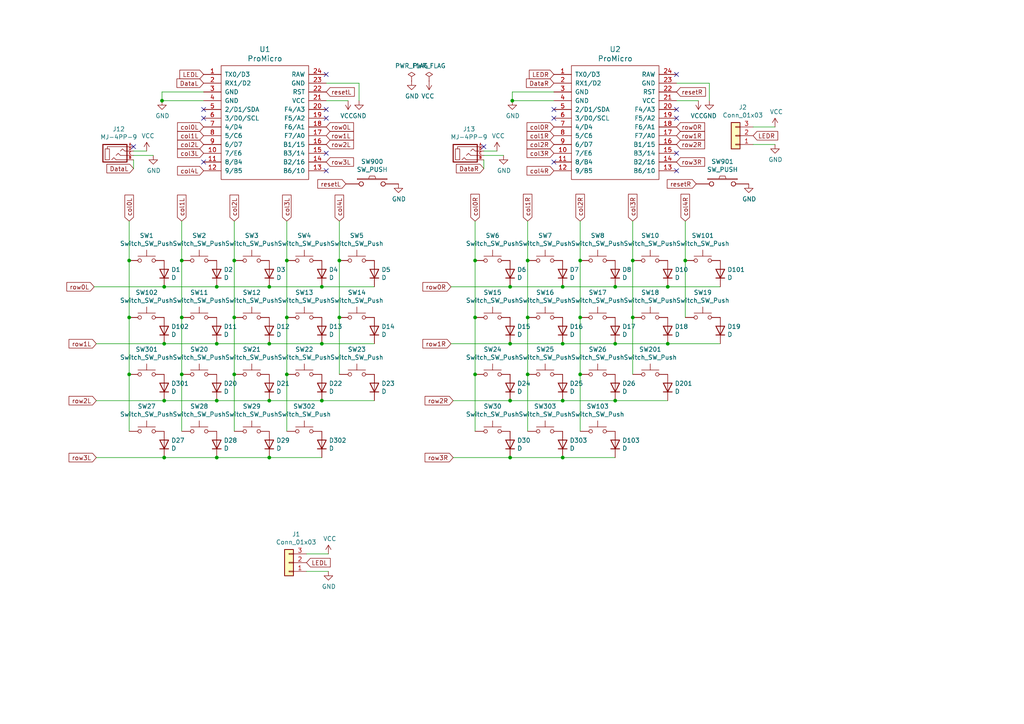
<source format=kicad_sch>
(kicad_sch (version 20230121) (generator eeschema)
  (paper "A4")
  (lib_symbols
    (symbol "Connector_Generic:Conn_01x03" (pin_names (offset 1.016) hide)
      (property "Reference" "J" (at 0 5.08 0))
      (property "Value" "Conn_01x03" (at 0 -5.08 0))
      (symbol "Conn_01x03_1_1"
        (rectangle (start -1.27 -2.413) (end 0 -2.667) (stroke (width 0.1524)))
        (rectangle (start -1.27 0.127) (end 0 -0.127) (stroke (width 0.1524)))
        (rectangle (start -1.27 2.667) (end 0 2.413) (stroke (width 0.1524)))
        (rectangle (start -1.27 3.81) (end 1.27 -3.81) (stroke (width 0.254)) (fill (type background)))
        (pin passive line (at -5.08 2.54 0) (length 3.81) (name "Pin_1") (number "1"))
        (pin passive line (at -5.08 0 0) (length 3.81) (name "Pin_2") (number "2"))
        (pin passive line (at -5.08 -2.54 0) (length 3.81) (name "Pin_3") (number "3"))
      )
    )
    (symbol "Device:D" (pin_numbers hide) (pin_names (offset 1.016) hide)
      (property "Reference" "D" (at 0 2.54 0))
      (property "Value" "D" (at 0 -2.54 0))
      (symbol "D_0_1"
        (polyline (pts (xy -1.27 1.27) (xy -1.27 -1.27)) (stroke (width 0.254)))
        (polyline (pts (xy 1.27 0) (xy -1.27 0)))
        (polyline (pts (xy 1.27 1.27) (xy 1.27 -1.27) (xy -1.27 0) (xy 1.27 1.27)) (stroke (width 0.254)))
      )
      (symbol "D_1_1"
        (pin passive line (at -3.81 0 0) (length 2.54) (name "K") (number "1"))
        (pin passive line (at 3.81 0 180) (length 2.54) (name "A") (number "2"))
      )
    )
    (symbol "cool936-rescue:ProMicro-kbd" (pin_names (offset 1.016))
      (property "Reference" "U" (at 0 24.13 0))
      (property "Value" "ProMicro-kbd" (at 0 -13.97 0))
      (symbol "ProMicro-kbd_0_1"
        (rectangle (start -12.7 21.59) (end 12.7 -11.43))
      )
      (symbol "ProMicro-kbd_1_1"
        (pin bidirectional line (at -17.78 19.05 0) (length 5.08) (name "TX0/D3") (number "1"))
        (pin bidirectional line (at -17.78 -3.81 0) (length 5.08) (name "7/E6") (number "10"))
        (pin bidirectional line (at -17.78 -6.35 0) (length 5.08) (name "8/B4") (number "11"))
        (pin bidirectional line (at -17.78 -8.89 0) (length 5.08) (name "9/B5") (number "12"))
        (pin bidirectional line (at 17.78 -8.89 180) (length 5.08) (name "B6/10") (number "13"))
        (pin bidirectional line (at 17.78 -6.35 180) (length 5.08) (name "B2/16") (number "14"))
        (pin bidirectional line (at 17.78 -3.81 180) (length 5.08) (name "B3/14") (number "15"))
        (pin bidirectional line (at 17.78 -1.27 180) (length 5.08) (name "B1/15") (number "16"))
        (pin bidirectional line (at 17.78 1.27 180) (length 5.08) (name "F7/A0") (number "17"))
        (pin bidirectional line (at 17.78 3.81 180) (length 5.08) (name "F6/A1") (number "18"))
        (pin bidirectional line (at 17.78 6.35 180) (length 5.08) (name "F5/A2") (number "19"))
        (pin bidirectional line (at -17.78 16.51 0) (length 5.08) (name "RX1/D2") (number "2"))
        (pin bidirectional line (at 17.78 8.89 180) (length 5.08) (name "F4/A3") (number "20"))
        (pin power_in line (at 17.78 11.43 180) (length 5.08) (name "VCC") (number "21"))
        (pin input line (at 17.78 13.97 180) (length 5.08) (name "RST") (number "22"))
        (pin power_in line (at 17.78 16.51 180) (length 5.08) (name "GND") (number "23"))
        (pin power_out line (at 17.78 19.05 180) (length 5.08) (name "RAW") (number "24"))
        (pin power_in line (at -17.78 13.97 0) (length 5.08) (name "GND") (number "3"))
        (pin power_in line (at -17.78 11.43 0) (length 5.08) (name "GND") (number "4"))
        (pin bidirectional line (at -17.78 8.89 0) (length 5.08) (name "2/D1/SDA") (number "5"))
        (pin bidirectional line (at -17.78 6.35 0) (length 5.08) (name "3/D0/SCL") (number "6"))
        (pin bidirectional line (at -17.78 3.81 0) (length 5.08) (name "4/D4") (number "7"))
        (pin bidirectional line (at -17.78 1.27 0) (length 5.08) (name "5/C6") (number "8"))
        (pin bidirectional line (at -17.78 -1.27 0) (length 5.08) (name "6/D7") (number "9"))
      )
    )
    (symbol "cool936-rescue:Switch_SW_Push-keyboard-layouter-playground-cache" (pin_numbers hide) (pin_names (offset 1.016) hide)
      (property "Reference" "SW" (at 1.27 2.54 0))
      (property "Value" "keyboard-layouter-playground-cache_Switch_SW_Push" (at 0 -1.524 0))
      (symbol "Switch_SW_Push-keyboard-layouter-playground-cache_0_1"
        (circle (center -2.032 0) (radius 0.508))
        (polyline (pts (xy 0 1.27) (xy 0 3.048)))
        (polyline (pts (xy 2.54 1.27) (xy -2.54 1.27)))
        (circle (center 2.032 0) (radius 0.508))
        (pin passive line (at -5.08 0 0) (length 2.54) (name "1") (number "1"))
        (pin passive line (at 5.08 0 180) (length 2.54) (name "2") (number "2"))
      )
    )
    (symbol "kbd:MJ-4PP-9" (pin_names (offset 1.016))
      (property "Reference" "J" (at 0 3.81 0))
      (property "Value" "MJ-4PP-9" (at 0 -3.81 0))
      (symbol "MJ-4PP-9_0_1"
        (rectangle (start -1.905 -1.905) (end -3.175 1.27))
        (polyline (pts (xy -2.54 1.27) (xy -2.54 1.905) (xy 3.175 1.905)))
        (polyline (pts (xy -1.27 -1.905) (xy -0.635 -1.27) (xy 0 -1.905) (xy 3.175 -1.905)))
        (polyline (pts (xy 0 -0.635) (xy 0.635 0) (xy 1.27 -0.635) (xy 3.175 -0.635)))
        (polyline (pts (xy 1.27 0.635) (xy 1.905 1.27) (xy 2.54 0.635) (xy 3.175 0.635)))
        (rectangle (start 3.175 2.54) (end -3.81 -2.54) (stroke (width 0.3048)))
      )
      (symbol "MJ-4PP-9_1_1"
        (pin input line (at 5.08 1.905 180) (length 2.0066) (name "~") (number "A"))
        (pin input line (at 5.08 -1.905 180) (length 2.0066) (name "~") (number "B"))
        (pin input line (at 5.08 -0.635 180) (length 2.0066) (name "~") (number "C"))
        (pin input line (at 5.08 0.635 180) (length 2.0066) (name "~") (number "D"))
      )
    )
    (symbol "kbd:SW_PUSH" (pin_numbers hide) (pin_names (offset 1.016) hide)
      (property "Reference" "SW" (at 3.81 2.794 0))
      (property "Value" "SW_PUSH" (at 0 -2.032 0))
      (symbol "SW_PUSH_0_1"
        (rectangle (start -4.318 1.27) (end 4.318 1.524))
        (polyline (pts (xy -1.016 1.524) (xy -0.762 2.286) (xy 0.762 2.286) (xy 1.016 1.524)))
        (pin passive inverted (at -7.62 0 0) (length 5.08) (name "1") (number "1"))
        (pin passive inverted (at 7.62 0 180) (length 5.08) (name "2") (number "2"))
      )
    )
    (symbol "power:GND" (power) (pin_names (offset 0))
      (property "Value" "GND" (at 0 -3.81 0))
      (symbol "GND_0_1"
        (polyline (pts (xy 0 0) (xy 0 -1.27) (xy 1.27 -1.27) (xy 0 -2.54) (xy -1.27 -1.27) (xy 0 -1.27)))
      )
      (symbol "GND_1_1"
        (pin power_in line (at 0 0 270) (length 0) hide (name "GND") (number "1"))
      )
    )
    (symbol "power:PWR_FLAG" (power) (pin_numbers hide) (pin_names (offset 0) hide)
      (property "Value" "PWR_FLAG" (at 0 3.81 0))
      (symbol "PWR_FLAG_0_0"
        (pin power_out line (at 0 0 90) (length 0) (name "pwr") (number "1"))
      )
      (symbol "PWR_FLAG_0_1"
        (polyline (pts (xy 0 0) (xy 0 1.27) (xy -1.016 1.905) (xy 0 2.54) (xy 1.016 1.905) (xy 0 1.27)))
      )
    )
    (symbol "power:VCC" (power) (pin_names (offset 0))
      (property "Value" "VCC" (at 0 3.81 0))
      (symbol "VCC_0_1"
        (polyline (pts (xy -0.762 1.27) (xy 0 2.54)))
        (polyline (pts (xy 0 0) (xy 0 2.54)))
        (polyline (pts (xy 0 2.54) (xy 0.762 1.27)))
      )
      (symbol "VCC_1_1"
        (pin power_in line (at 0 0 90) (length 0) hide (name "VCC") (number "1"))
      )
    )
  )
  (junction (at 37.465 75.565))
  (junction (at 163.195 83.185))
  (junction (at 137.795 75.565))
  (junction (at 47.625 83.185))
  (junction (at 62.865 99.695))
  (junction (at 148.59 29.21))
  (junction (at 178.435 116.205))
  (junction (at 52.705 92.075))
  (junction (at 37.465 92.075))
  (junction (at 83.185 92.075))
  (junction (at 47.625 116.205))
  (junction (at 78.105 83.185))
  (junction (at 153.035 108.585))
  (junction (at 52.705 108.585))
  (junction (at 93.345 99.695))
  (junction (at 153.035 92.075))
  (junction (at 47.625 99.695))
  (junction (at 83.185 108.585))
  (junction (at 52.705 75.565))
  (junction (at 62.865 132.715))
  (junction (at 163.195 99.695))
  (junction (at 198.755 75.565))
  (junction (at 93.345 83.185))
  (junction (at 183.515 75.565))
  (junction (at 62.865 116.205))
  (junction (at 62.865 83.185))
  (junction (at 47.625 132.715))
  (junction (at 78.105 132.715))
  (junction (at 98.425 75.565))
  (junction (at 178.435 83.185))
  (junction (at 147.955 83.185))
  (junction (at 153.035 75.565))
  (junction (at 37.465 108.585))
  (junction (at 137.795 108.585))
  (junction (at 147.955 132.715))
  (junction (at 178.435 99.695))
  (junction (at 137.795 92.075))
  (junction (at 168.275 108.585))
  (junction (at 98.425 92.075))
  (junction (at 67.945 92.075))
  (junction (at 147.955 99.695))
  (junction (at 93.345 116.205))
  (junction (at 147.955 116.205))
  (junction (at 78.105 116.205))
  (junction (at 183.515 92.075))
  (junction (at 193.675 99.695))
  (junction (at 168.275 75.565))
  (junction (at 163.195 116.205))
  (junction (at 46.99 29.21))
  (junction (at 193.675 83.185))
  (junction (at 83.185 75.565))
  (junction (at 67.945 108.585))
  (junction (at 67.945 75.565))
  (junction (at 78.105 99.695))
  (junction (at 168.275 92.075))
  (junction (at 163.195 132.715))
  (no_connect (at 160.655 46.99))
  (no_connect (at 94.615 49.53))
  (no_connect (at 160.655 31.75))
  (no_connect (at 140.335 42.545))
  (no_connect (at 94.615 34.29))
  (no_connect (at 94.615 44.45))
  (no_connect (at 59.055 46.99))
  (no_connect (at 196.215 34.29))
  (no_connect (at 38.735 42.545))
  (no_connect (at 196.215 44.45))
  (no_connect (at 59.055 31.75))
  (no_connect (at 196.215 31.75))
  (no_connect (at 196.215 21.59))
  (no_connect (at 94.615 21.59))
  (no_connect (at 59.055 34.29))
  (no_connect (at 196.215 49.53))
  (no_connect (at 94.615 31.75))
  (no_connect (at 160.655 34.29))
  (wire (pts (xy 100.965 29.21) (xy 94.615 29.21)))
  (wire (pts (xy 47.625 99.695) (xy 62.865 99.695)))
  (wire (pts (xy 83.185 64.135) (xy 83.185 75.565)))
  (wire (pts (xy 78.105 99.695) (xy 93.345 99.695)))
  (wire (pts (xy 52.705 64.135) (xy 52.705 75.565)))
  (wire (pts (xy 47.625 132.715) (xy 62.865 132.715)))
  (wire (pts (xy 224.79 36.83) (xy 218.44 36.83)))
  (wire (pts (xy 52.705 92.075) (xy 52.705 108.585)))
  (wire (pts (xy 52.705 108.585) (xy 52.705 125.095)))
  (wire (pts (xy 42.545 43.815) (xy 38.735 43.815)))
  (wire (pts (xy 196.215 24.13) (xy 205.74 24.13)))
  (wire (pts (xy 140.335 48.895) (xy 140.335 46.355)))
  (wire (pts (xy 163.195 83.185) (xy 178.435 83.185)))
  (wire (pts (xy 147.955 99.695) (xy 130.81 99.695)))
  (wire (pts (xy 160.655 29.21) (xy 148.59 29.21)))
  (wire (pts (xy 178.435 132.715) (xy 163.195 132.715)))
  (wire (pts (xy 137.795 108.585) (xy 137.795 125.095)))
  (wire (pts (xy 93.345 83.185) (xy 78.105 83.185)))
  (wire (pts (xy 108.585 116.205) (xy 93.345 116.205)))
  (wire (pts (xy 62.865 83.185) (xy 47.625 83.185)))
  (wire (pts (xy 183.515 108.585) (xy 183.515 92.075)))
  (wire (pts (xy 147.955 132.715) (xy 131.445 132.715)))
  (wire (pts (xy 178.435 99.695) (xy 163.195 99.695)))
  (wire (pts (xy 153.035 92.075) (xy 153.035 75.565)))
  (wire (pts (xy 95.25 160.655) (xy 88.9 160.655)))
  (wire (pts (xy 183.515 75.565) (xy 183.515 64.135)))
  (wire (pts (xy 67.945 125.095) (xy 67.945 108.585)))
  (wire (pts (xy 67.945 108.585) (xy 67.945 92.075)))
  (wire (pts (xy 137.795 64.135) (xy 137.795 75.565)))
  (wire (pts (xy 37.465 125.095) (xy 37.465 108.585)))
  (wire (pts (xy 163.195 132.715) (xy 147.955 132.715)))
  (wire (pts (xy 37.465 108.585) (xy 37.465 92.075)))
  (wire (pts (xy 193.675 83.185) (xy 208.915 83.185)))
  (wire (pts (xy 37.465 92.075) (xy 37.465 75.565)))
  (wire (pts (xy 144.145 43.815) (xy 140.335 43.815)))
  (wire (pts (xy 178.435 116.205) (xy 193.675 116.205)))
  (wire (pts (xy 62.865 116.205) (xy 47.625 116.205)))
  (wire (pts (xy 62.865 132.715) (xy 78.105 132.715)))
  (wire (pts (xy 46.99 26.67) (xy 46.99 29.21)))
  (wire (pts (xy 98.425 75.565) (xy 98.425 64.135)))
  (wire (pts (xy 153.035 125.095) (xy 153.035 108.585)))
  (wire (pts (xy 147.955 116.205) (xy 163.195 116.205)))
  (wire (pts (xy 78.105 132.715) (xy 93.345 132.715)))
  (wire (pts (xy 208.915 99.695) (xy 193.675 99.695)))
  (wire (pts (xy 130.81 83.185) (xy 147.955 83.185)))
  (wire (pts (xy 47.625 83.185) (xy 27.305 83.185)))
  (wire (pts (xy 93.345 116.205) (xy 78.105 116.205)))
  (wire (pts (xy 163.195 116.205) (xy 178.435 116.205)))
  (wire (pts (xy 83.185 75.565) (xy 83.185 92.075)))
  (wire (pts (xy 27.94 99.695) (xy 47.625 99.695)))
  (wire (pts (xy 52.705 75.565) (xy 52.705 92.075)))
  (wire (pts (xy 67.945 92.075) (xy 67.945 75.565)))
  (wire (pts (xy 168.275 108.585) (xy 168.275 125.095)))
  (wire (pts (xy 153.035 75.565) (xy 153.035 64.135)))
  (wire (pts (xy 38.735 45.085) (xy 44.45 45.085)))
  (wire (pts (xy 140.335 45.085) (xy 146.05 45.085)))
  (wire (pts (xy 202.565 29.21) (xy 196.215 29.21)))
  (wire (pts (xy 168.275 64.135) (xy 168.275 75.565)))
  (wire (pts (xy 108.585 83.185) (xy 93.345 83.185)))
  (wire (pts (xy 198.755 64.135) (xy 198.755 75.565)))
  (wire (pts (xy 27.94 132.715) (xy 47.625 132.715)))
  (wire (pts (xy 98.425 108.585) (xy 98.425 92.075)))
  (wire (pts (xy 205.74 24.13) (xy 205.74 29.21)))
  (wire (pts (xy 147.955 83.185) (xy 163.195 83.185)))
  (wire (pts (xy 59.055 26.67) (xy 46.99 26.67)))
  (wire (pts (xy 218.44 41.91) (xy 224.79 41.91)))
  (wire (pts (xy 104.14 24.13) (xy 104.14 29.21)))
  (wire (pts (xy 148.59 26.67) (xy 148.59 29.21)))
  (wire (pts (xy 153.035 108.585) (xy 153.035 92.075)))
  (wire (pts (xy 78.105 83.185) (xy 62.865 83.185)))
  (wire (pts (xy 94.615 24.13) (xy 104.14 24.13)))
  (wire (pts (xy 59.055 29.21) (xy 46.99 29.21)))
  (wire (pts (xy 83.185 108.585) (xy 83.185 125.095)))
  (wire (pts (xy 38.735 48.895) (xy 38.735 46.355)))
  (wire (pts (xy 83.185 92.075) (xy 83.185 108.585)))
  (wire (pts (xy 131.445 116.205) (xy 147.955 116.205)))
  (wire (pts (xy 183.515 92.075) (xy 183.515 75.565)))
  (wire (pts (xy 78.105 116.205) (xy 62.865 116.205)))
  (wire (pts (xy 168.275 92.075) (xy 168.275 108.585)))
  (wire (pts (xy 62.865 99.695) (xy 78.105 99.695)))
  (wire (pts (xy 47.625 116.205) (xy 27.94 116.205)))
  (wire (pts (xy 198.755 75.565) (xy 198.755 92.075)))
  (wire (pts (xy 67.945 75.565) (xy 67.945 64.135)))
  (wire (pts (xy 88.9 165.735) (xy 95.25 165.735)))
  (wire (pts (xy 93.345 99.695) (xy 108.585 99.695)))
  (wire (pts (xy 168.275 75.565) (xy 168.275 92.075)))
  (wire (pts (xy 160.655 26.67) (xy 148.59 26.67)))
  (wire (pts (xy 98.425 92.075) (xy 98.425 75.565)))
  (wire (pts (xy 163.195 99.695) (xy 147.955 99.695)))
  (wire (pts (xy 37.465 75.565) (xy 37.465 64.135)))
  (wire (pts (xy 137.795 92.075) (xy 137.795 108.585)))
  (wire (pts (xy 178.435 83.185) (xy 193.675 83.185)))
  (wire (pts (xy 193.675 99.695) (xy 178.435 99.695)))
  (wire (pts (xy 137.795 75.565) (xy 137.795 92.075)))
  (global_label "LEDL" (shape input) (at 59.055 21.59 180) (property "Intersheetrefs" "${INTERSHEET_REFS}" (effects hide)))
  (global_label "row3L" (shape input) (at 27.94 132.715 180) (property "Intersheetrefs" "${INTERSHEET_REFS}" (effects hide)))
  (global_label "row1R" (shape input) (at 196.215 39.37 0) (property "Intersheetrefs" "${INTERSHEET_REFS}" (effects hide)))
  (global_label "col2R" (shape input) (at 168.275 64.135 90) (property "Intersheetrefs" "${INTERSHEET_REFS}" (effects hide)))
  (global_label "row3R" (shape input) (at 131.445 132.715 180) (property "Intersheetrefs" "${INTERSHEET_REFS}" (effects hide)))
  (global_label "resetL" (shape input) (at 100.33 53.34 180) (property "Intersheetrefs" "${INTERSHEET_REFS}" (effects hide)))
  (global_label "resetR" (shape input) (at 201.93 53.34 180) (property "Intersheetrefs" "${INTERSHEET_REFS}" (effects hide)))
  (global_label "DataR" (shape input) (at 140.335 48.895 180) (property "Intersheetrefs" "${INTERSHEET_REFS}" (effects hide)))
  (global_label "col4L" (shape input) (at 59.055 49.53 180) (property "Intersheetrefs" "${INTERSHEET_REFS}" (effects hide)))
  (global_label "row0R" (shape input) (at 130.81 83.185 180) (property "Intersheetrefs" "${INTERSHEET_REFS}" (effects hide)))
  (global_label "row2L" (shape input) (at 94.615 41.91 0) (property "Intersheetrefs" "${INTERSHEET_REFS}" (effects hide)))
  (global_label "col2R" (shape input) (at 160.655 41.91 180) (property "Intersheetrefs" "${INTERSHEET_REFS}" (effects hide)))
  (global_label "col4L" (shape input) (at 98.425 64.135 90) (property "Intersheetrefs" "${INTERSHEET_REFS}" (effects hide)))
  (global_label "col1L" (shape input) (at 59.055 39.37 180) (property "Intersheetrefs" "${INTERSHEET_REFS}" (effects hide)))
  (global_label "col3R" (shape input) (at 160.655 44.45 180) (property "Intersheetrefs" "${INTERSHEET_REFS}" (effects hide)))
  (global_label "DataL" (shape input) (at 59.055 24.13 180) (property "Intersheetrefs" "${INTERSHEET_REFS}" (effects hide)))
  (global_label "LEDR" (shape input) (at 160.655 21.59 180) (property "Intersheetrefs" "${INTERSHEET_REFS}" (effects hide)))
  (global_label "LEDR" (shape input) (at 218.44 39.37 0) (property "Intersheetrefs" "${INTERSHEET_REFS}" (effects hide)))
  (global_label "row0R" (shape input) (at 196.215 36.83 0) (property "Intersheetrefs" "${INTERSHEET_REFS}" (effects hide)))
  (global_label "DataL" (shape input) (at 38.735 48.895 180) (property "Intersheetrefs" "${INTERSHEET_REFS}" (effects hide)))
  (global_label "row1L" (shape input) (at 27.94 99.695 180) (property "Intersheetrefs" "${INTERSHEET_REFS}" (effects hide)))
  (global_label "col0R" (shape input) (at 137.795 64.135 90) (property "Intersheetrefs" "${INTERSHEET_REFS}" (effects hide)))
  (global_label "row2R" (shape input) (at 196.215 41.91 0) (property "Intersheetrefs" "${INTERSHEET_REFS}" (effects hide)))
  (global_label "row0L" (shape input) (at 27.305 83.185 180) (property "Intersheetrefs" "${INTERSHEET_REFS}" (effects hide)))
  (global_label "row1L" (shape input) (at 94.615 39.37 0) (property "Intersheetrefs" "${INTERSHEET_REFS}" (effects hide)))
  (global_label "row3R" (shape input) (at 196.215 46.99 0) (property "Intersheetrefs" "${INTERSHEET_REFS}" (effects hide)))
  (global_label "resetL" (shape input) (at 94.615 26.67 0) (property "Intersheetrefs" "${INTERSHEET_REFS}" (effects hide)))
  (global_label "col1R" (shape input) (at 160.655 39.37 180) (property "Intersheetrefs" "${INTERSHEET_REFS}" (effects hide)))
  (global_label "col3L" (shape input) (at 59.055 44.45 180) (property "Intersheetrefs" "${INTERSHEET_REFS}" (effects hide)))
  (global_label "col0L" (shape input) (at 37.465 64.135 90) (property "Intersheetrefs" "${INTERSHEET_REFS}" (effects hide)))
  (global_label "col3R" (shape input) (at 183.515 64.135 90) (property "Intersheetrefs" "${INTERSHEET_REFS}" (effects hide)))
  (global_label "col1L" (shape input) (at 52.705 64.135 90) (property "Intersheetrefs" "${INTERSHEET_REFS}" (effects hide)))
  (global_label "row3L" (shape input) (at 94.615 46.99 0) (property "Intersheetrefs" "${INTERSHEET_REFS}" (effects hide)))
  (global_label "row2R" (shape input) (at 131.445 116.205 180) (property "Intersheetrefs" "${INTERSHEET_REFS}" (effects hide)))
  (global_label "col3L" (shape input) (at 83.185 64.135 90) (property "Intersheetrefs" "${INTERSHEET_REFS}" (effects hide)))
  (global_label "col0R" (shape input) (at 160.655 36.83 180) (property "Intersheetrefs" "${INTERSHEET_REFS}" (effects hide)))
  (global_label "col4R" (shape input) (at 160.655 49.53 180) (property "Intersheetrefs" "${INTERSHEET_REFS}" (effects hide)))
  (global_label "col0L" (shape input) (at 59.055 36.83 180) (property "Intersheetrefs" "${INTERSHEET_REFS}" (effects hide)))
  (global_label "col2L" (shape input) (at 67.945 64.135 90) (property "Intersheetrefs" "${INTERSHEET_REFS}" (effects hide)))
  (global_label "row2L" (shape input) (at 27.94 116.205 180) (property "Intersheetrefs" "${INTERSHEET_REFS}" (effects hide)))
  (global_label "col4R" (shape input) (at 198.755 64.135 90) (property "Intersheetrefs" "${INTERSHEET_REFS}" (effects hide)))
  (global_label "col1R" (shape input) (at 153.035 64.135 90) (property "Intersheetrefs" "${INTERSHEET_REFS}" (effects hide)))
  (global_label "resetR" (shape input) (at 196.215 26.67 0) (property "Intersheetrefs" "${INTERSHEET_REFS}" (effects hide)))
  (global_label "LEDL" (shape input) (at 88.9 163.195 0) (property "Intersheetrefs" "${INTERSHEET_REFS}" (effects hide)))
  (global_label "row1R" (shape input) (at 130.81 99.695 180) (property "Intersheetrefs" "${INTERSHEET_REFS}" (effects hide)))
  (global_label "DataR" (shape input) (at 160.655 24.13 180) (property "Intersheetrefs" "${INTERSHEET_REFS}" (effects hide)))
  (global_label "row0L" (shape input) (at 94.615 36.83 0) (property "Intersheetrefs" "${INTERSHEET_REFS}" (effects hide)))
  (global_label "col2L" (shape input) (at 59.055 41.91 180) (property "Intersheetrefs" "${INTERSHEET_REFS}" (effects hide)))
  (symbol (lib_id "cool936-rescue:Switch_SW_Push-keyboard-layouter-playground-cache") (at 42.545 75.565 0) (unit 1)
    (property "Reference" "SW1" (at 42.545 68.326 0))
    (property "Value" "Switch_SW_Push" (at 42.545 70.6374 0))
    (property "Footprint" "logo:CherryMX_Hotswap_kimura" (effects hide))
  )
  (symbol (lib_id "Device:D") (at 47.625 79.375 90) (unit 1)
    (property "Reference" "D1" (at 49.657 78.2066 90) (effects (justify right)))
    (property "Value" "D" (at 49.657 80.518 90) (effects (justify right)))
    (property "Footprint" "kbd:D3_TH_SMD" (effects hide))
  )
  (symbol (lib_id "cool936-rescue:Switch_SW_Push-keyboard-layouter-playground-cache") (at 57.785 75.565 0) (unit 1)
    (property "Reference" "SW2" (at 57.785 68.326 0))
    (property "Value" "Switch_SW_Push" (at 57.785 70.6374 0))
    (property "Footprint" "logo:CherryMX_Hotswap_kimura" (effects hide))
  )
  (symbol (lib_id "Device:D") (at 62.865 79.375 90) (unit 1)
    (property "Reference" "D2" (at 64.897 78.2066 90) (effects (justify right)))
    (property "Value" "D" (at 64.897 80.518 90) (effects (justify right)))
    (property "Footprint" "kbd:D3_TH_SMD" (effects hide))
  )
  (symbol (lib_id "cool936-rescue:Switch_SW_Push-keyboard-layouter-playground-cache") (at 73.025 75.565 0) (unit 1)
    (property "Reference" "SW3" (at 73.025 68.326 0))
    (property "Value" "Switch_SW_Push" (at 73.025 70.6374 0))
    (property "Footprint" "logo:CherryMX_Hotswap_kimura" (effects hide))
  )
  (symbol (lib_id "Device:D") (at 78.105 79.375 90) (unit 1)
    (property "Reference" "D3" (at 80.137 78.2066 90) (effects (justify right)))
    (property "Value" "D" (at 80.137 80.518 90) (effects (justify right)))
    (property "Footprint" "kbd:D3_TH_SMD" (effects hide))
  )
  (symbol (lib_id "cool936-rescue:Switch_SW_Push-keyboard-layouter-playground-cache") (at 88.265 75.565 0) (unit 1)
    (property "Reference" "SW4" (at 88.265 68.326 0))
    (property "Value" "Switch_SW_Push" (at 88.265 70.6374 0))
    (property "Footprint" "logo:CherryMX_Hotswap_kimura" (effects hide))
  )
  (symbol (lib_id "Device:D") (at 93.345 79.375 90) (unit 1)
    (property "Reference" "D4" (at 95.377 78.2066 90) (effects (justify right)))
    (property "Value" "D" (at 95.377 80.518 90) (effects (justify right)))
    (property "Footprint" "kbd:D3_TH_SMD" (effects hide))
  )
  (symbol (lib_id "cool936-rescue:ProMicro-kbd") (at 76.835 40.64 0) (unit 1)
    (property "Reference" "U1" (at 76.835 14.3002 0) (effects (font (size 1.524 1.524))))
    (property "Value" "ProMicro" (at 76.835 16.9926 0) (effects (font (size 1.524 1.524))))
    (property "Footprint" "logo:ProMicro_v3_kimura_for_cool936" (effects hide))
  )
  (symbol (lib_id "cool936-rescue:Switch_SW_Push-keyboard-layouter-playground-cache") (at 42.545 92.075 0) (unit 1)
    (property "Reference" "SW102" (at 42.545 84.836 0))
    (property "Value" "Switch_SW_Push" (at 42.545 87.1474 0))
    (property "Footprint" "logo:CherryMX_Hotswap_kimura" (effects hide))
  )
  (symbol (lib_id "Device:D") (at 47.625 95.885 90) (unit 1)
    (property "Reference" "D102" (at 49.657 94.7166 90) (effects (justify right)))
    (property "Value" "D" (at 49.657 97.028 90) (effects (justify right)))
    (property "Footprint" "kbd:D3_TH_SMD" (effects hide))
  )
  (symbol (lib_id "cool936-rescue:Switch_SW_Push-keyboard-layouter-playground-cache") (at 57.785 92.075 0) (unit 1)
    (property "Reference" "SW11" (at 57.785 84.836 0))
    (property "Value" "Switch_SW_Push" (at 57.785 87.1474 0))
    (property "Footprint" "logo:CherryMX_Hotswap_kimura" (effects hide))
  )
  (symbol (lib_id "Device:D") (at 62.865 95.885 90) (unit 1)
    (property "Reference" "D11" (at 64.897 94.7166 90) (effects (justify right)))
    (property "Value" "D" (at 64.897 97.028 90) (effects (justify right)))
    (property "Footprint" "kbd:D3_TH_SMD" (effects hide))
  )
  (symbol (lib_id "cool936-rescue:Switch_SW_Push-keyboard-layouter-playground-cache") (at 73.025 92.075 0) (unit 1)
    (property "Reference" "SW12" (at 73.025 84.836 0))
    (property "Value" "Switch_SW_Push" (at 73.025 87.1474 0))
    (property "Footprint" "logo:CherryMX_Hotswap_kimura" (effects hide))
  )
  (symbol (lib_id "Device:D") (at 78.105 95.885 90) (unit 1)
    (property "Reference" "D12" (at 80.137 94.7166 90) (effects (justify right)))
    (property "Value" "D" (at 80.137 97.028 90) (effects (justify right)))
    (property "Footprint" "kbd:D3_TH_SMD" (effects hide))
  )
  (symbol (lib_id "cool936-rescue:Switch_SW_Push-keyboard-layouter-playground-cache") (at 88.265 92.075 0) (unit 1)
    (property "Reference" "SW13" (at 88.265 84.836 0))
    (property "Value" "Switch_SW_Push" (at 88.265 87.1474 0))
    (property "Footprint" "logo:CherryMX_Hotswap_kimura" (effects hide))
  )
  (symbol (lib_id "Device:D") (at 93.345 95.885 90) (unit 1)
    (property "Reference" "D13" (at 95.377 94.7166 90) (effects (justify right)))
    (property "Value" "D" (at 95.377 97.028 90) (effects (justify right)))
    (property "Footprint" "kbd:D3_TH_SMD" (effects hide))
  )
  (symbol (lib_id "cool936-rescue:Switch_SW_Push-keyboard-layouter-playground-cache") (at 42.545 108.585 0) (unit 1)
    (property "Reference" "SW301" (at 42.545 101.346 0))
    (property "Value" "Switch_SW_Push" (at 42.545 103.6574 0))
    (property "Footprint" "logo:CherryMX_Hotswap_kimura" (effects hide))
  )
  (symbol (lib_id "Device:D") (at 47.625 112.395 90) (unit 1)
    (property "Reference" "D301" (at 49.657 111.2266 90) (effects (justify right)))
    (property "Value" "D" (at 49.657 113.538 90) (effects (justify right)))
    (property "Footprint" "kbd:D3_TH_SMD" (effects hide))
  )
  (symbol (lib_id "cool936-rescue:Switch_SW_Push-keyboard-layouter-playground-cache") (at 57.785 108.585 0) (unit 1)
    (property "Reference" "SW20" (at 57.785 101.346 0))
    (property "Value" "Switch_SW_Push" (at 57.785 103.6574 0))
    (property "Footprint" "logo:CherryMX_Hotswap_kimura" (effects hide))
  )
  (symbol (lib_id "Device:D") (at 62.865 112.395 90) (unit 1)
    (property "Reference" "D20" (at 64.897 111.2266 90) (effects (justify right)))
    (property "Value" "D" (at 64.897 113.538 90) (effects (justify right)))
    (property "Footprint" "kbd:D3_TH_SMD" (effects hide))
  )
  (symbol (lib_id "cool936-rescue:Switch_SW_Push-keyboard-layouter-playground-cache") (at 73.025 108.585 0) (unit 1)
    (property "Reference" "SW21" (at 73.025 101.346 0))
    (property "Value" "Switch_SW_Push" (at 73.025 103.6574 0))
    (property "Footprint" "logo:CherryMX_Hotswap_kimura" (effects hide))
  )
  (symbol (lib_id "Device:D") (at 78.105 112.395 90) (unit 1)
    (property "Reference" "D21" (at 80.137 111.2266 90) (effects (justify right)))
    (property "Value" "D" (at 80.137 113.538 90) (effects (justify right)))
    (property "Footprint" "kbd:D3_TH_SMD" (effects hide))
  )
  (symbol (lib_id "cool936-rescue:Switch_SW_Push-keyboard-layouter-playground-cache") (at 88.265 108.585 0) (unit 1)
    (property "Reference" "SW22" (at 88.265 101.346 0))
    (property "Value" "Switch_SW_Push" (at 88.265 103.6574 0))
    (property "Footprint" "logo:CherryMX_Hotswap_kimura" (effects hide))
  )
  (symbol (lib_id "Device:D") (at 93.345 112.395 90) (unit 1)
    (property "Reference" "D22" (at 95.377 111.2266 90) (effects (justify right)))
    (property "Value" "D" (at 95.377 113.538 90) (effects (justify right)))
    (property "Footprint" "kbd:D3_TH_SMD" (effects hide))
  )
  (symbol (lib_id "cool936-rescue:Switch_SW_Push-keyboard-layouter-playground-cache") (at 42.545 125.095 0) (unit 1)
    (property "Reference" "SW27" (at 42.545 117.856 0))
    (property "Value" "Switch_SW_Push" (at 42.545 120.1674 0))
    (property "Footprint" "logo:CherryMX_Hotswap_kimura" (effects hide))
  )
  (symbol (lib_id "Device:D") (at 47.625 128.905 90) (unit 1)
    (property "Reference" "D27" (at 49.657 127.7366 90) (effects (justify right)))
    (property "Value" "D" (at 49.657 130.048 90) (effects (justify right)))
    (property "Footprint" "kbd:D3_TH_SMD" (effects hide))
  )
  (symbol (lib_id "cool936-rescue:Switch_SW_Push-keyboard-layouter-playground-cache") (at 57.785 125.095 0) (unit 1)
    (property "Reference" "SW28" (at 57.785 117.856 0))
    (property "Value" "Switch_SW_Push" (at 57.785 120.1674 0))
    (property "Footprint" "logo:CherryMX_Hotswap_kimura" (effects hide))
  )
  (symbol (lib_id "Device:D") (at 62.865 128.905 90) (unit 1)
    (property "Reference" "D28" (at 64.897 127.7366 90) (effects (justify right)))
    (property "Value" "D" (at 64.897 130.048 90) (effects (justify right)))
    (property "Footprint" "kbd:D3_TH_SMD" (effects hide))
  )
  (symbol (lib_id "cool936-rescue:Switch_SW_Push-keyboard-layouter-playground-cache") (at 73.025 125.095 0) (unit 1)
    (property "Reference" "SW29" (at 73.025 117.856 0))
    (property "Value" "Switch_SW_Push" (at 73.025 120.1674 0))
    (property "Footprint" "logo:CherryMX_Hotswap_kimura" (effects hide))
  )
  (symbol (lib_id "Device:D") (at 78.105 128.905 90) (unit 1)
    (property "Reference" "D29" (at 80.137 127.7366 90) (effects (justify right)))
    (property "Value" "D" (at 80.137 130.048 90) (effects (justify right)))
    (property "Footprint" "kbd:D3_TH_SMD" (effects hide))
  )
  (symbol (lib_id "cool936-rescue:Switch_SW_Push-keyboard-layouter-playground-cache") (at 88.265 125.095 0) (unit 1)
    (property "Reference" "SW302" (at 88.265 117.856 0))
    (property "Value" "Switch_SW_Push" (at 88.265 120.1674 0))
    (property "Footprint" "logo:CherryMX_Hotswap_kimura" (effects hide))
  )
  (symbol (lib_id "Device:D") (at 93.345 128.905 90) (unit 1)
    (property "Reference" "D302" (at 95.377 127.7366 90) (effects (justify right)))
    (property "Value" "D" (at 95.377 130.048 90) (effects (justify right)))
    (property "Footprint" "kbd:D3_TH_SMD" (effects hide))
  )
  (symbol (lib_id "cool936-rescue:Switch_SW_Push-keyboard-layouter-playground-cache") (at 103.505 75.565 0) (unit 1)
    (property "Reference" "SW5" (at 103.505 68.326 0))
    (property "Value" "Switch_SW_Push" (at 103.505 70.6374 0))
    (property "Footprint" "logo:CherryMX_Hotswap_kimura" (effects hide))
  )
  (symbol (lib_id "Device:D") (at 108.585 79.375 90) (unit 1)
    (property "Reference" "D5" (at 110.617 78.2066 90) (effects (justify right)))
    (property "Value" "D" (at 110.617 80.518 90) (effects (justify right)))
    (property "Footprint" "kbd:D3_TH_SMD" (effects hide))
  )
  (symbol (lib_id "cool936-rescue:Switch_SW_Push-keyboard-layouter-playground-cache") (at 103.505 92.075 0) (unit 1)
    (property "Reference" "SW14" (at 103.505 84.836 0))
    (property "Value" "Switch_SW_Push" (at 103.505 87.1474 0))
    (property "Footprint" "logo:CherryMX_Hotswap_kimura" (effects hide))
  )
  (symbol (lib_id "Device:D") (at 108.585 95.885 90) (unit 1)
    (property "Reference" "D14" (at 110.617 94.7166 90) (effects (justify right)))
    (property "Value" "D" (at 110.617 97.028 90) (effects (justify right)))
    (property "Footprint" "kbd:D3_TH_SMD" (effects hide))
  )
  (symbol (lib_id "cool936-rescue:Switch_SW_Push-keyboard-layouter-playground-cache") (at 103.505 108.585 0) (unit 1)
    (property "Reference" "SW23" (at 103.505 101.346 0))
    (property "Value" "Switch_SW_Push" (at 103.505 103.6574 0))
    (property "Footprint" "logo:CherryMX_Hotswap_kimura" (effects hide))
  )
  (symbol (lib_id "Device:D") (at 108.585 112.395 90) (unit 1)
    (property "Reference" "D23" (at 110.617 111.2266 90) (effects (justify right)))
    (property "Value" "D" (at 110.617 113.538 90) (effects (justify right)))
    (property "Footprint" "kbd:D3_TH_SMD" (effects hide))
  )
  (symbol (lib_id "cool936-rescue:Switch_SW_Push-keyboard-layouter-playground-cache") (at 142.875 75.565 0) (unit 1)
    (property "Reference" "SW6" (at 142.875 68.326 0))
    (property "Value" "Switch_SW_Push" (at 142.875 70.6374 0))
    (property "Footprint" "logo:CherryMX_Hotswap_kimura" (effects hide))
  )
  (symbol (lib_id "Device:D") (at 147.955 79.375 90) (unit 1)
    (property "Reference" "D6" (at 149.987 78.2066 90) (effects (justify right)))
    (property "Value" "D" (at 149.987 80.518 90) (effects (justify right)))
    (property "Footprint" "kbd:D3_TH_SMD" (effects hide))
  )
  (symbol (lib_id "cool936-rescue:Switch_SW_Push-keyboard-layouter-playground-cache") (at 158.115 75.565 0) (unit 1)
    (property "Reference" "SW7" (at 158.115 68.326 0))
    (property "Value" "Switch_SW_Push" (at 158.115 70.6374 0))
    (property "Footprint" "logo:CherryMX_Hotswap_kimura" (effects hide))
  )
  (symbol (lib_id "Device:D") (at 163.195 79.375 90) (unit 1)
    (property "Reference" "D7" (at 165.227 78.2066 90) (effects (justify right)))
    (property "Value" "D" (at 165.227 80.518 90) (effects (justify right)))
    (property "Footprint" "kbd:D3_TH_SMD" (effects hide))
  )
  (symbol (lib_id "cool936-rescue:Switch_SW_Push-keyboard-layouter-playground-cache") (at 173.355 75.565 0) (unit 1)
    (property "Reference" "SW8" (at 173.355 68.326 0))
    (property "Value" "Switch_SW_Push" (at 173.355 70.6374 0))
    (property "Footprint" "logo:CherryMX_Hotswap_kimura" (effects hide))
  )
  (symbol (lib_id "Device:D") (at 178.435 79.375 90) (unit 1)
    (property "Reference" "D8" (at 180.467 78.2066 90) (effects (justify right)))
    (property "Value" "D" (at 180.467 80.518 90) (effects (justify right)))
    (property "Footprint" "kbd:D3_TH_SMD" (effects hide))
  )
  (symbol (lib_id "cool936-rescue:Switch_SW_Push-keyboard-layouter-playground-cache") (at 188.595 75.565 0) (unit 1)
    (property "Reference" "SW10" (at 188.595 68.326 0))
    (property "Value" "Switch_SW_Push" (at 188.595 70.6374 0))
    (property "Footprint" "logo:CherryMX_Hotswap_kimura" (effects hide))
  )
  (symbol (lib_id "Device:D") (at 193.675 79.375 90) (unit 1)
    (property "Reference" "D10" (at 195.707 78.2066 90) (effects (justify right)))
    (property "Value" "D" (at 195.707 80.518 90) (effects (justify right)))
    (property "Footprint" "kbd:D3_TH_SMD" (effects hide))
  )
  (symbol (lib_id "cool936-rescue:Switch_SW_Push-keyboard-layouter-playground-cache") (at 142.875 92.075 0) (unit 1)
    (property "Reference" "SW15" (at 142.875 84.836 0))
    (property "Value" "Switch_SW_Push" (at 142.875 87.1474 0))
    (property "Footprint" "logo:CherryMX_Hotswap_kimura" (effects hide))
  )
  (symbol (lib_id "Device:D") (at 147.955 95.885 90) (unit 1)
    (property "Reference" "D15" (at 149.987 94.7166 90) (effects (justify right)))
    (property "Value" "D" (at 149.987 97.028 90) (effects (justify right)))
    (property "Footprint" "kbd:D3_TH_SMD" (effects hide))
  )
  (symbol (lib_id "cool936-rescue:Switch_SW_Push-keyboard-layouter-playground-cache") (at 158.115 92.075 0) (unit 1)
    (property "Reference" "SW16" (at 158.115 84.836 0))
    (property "Value" "Switch_SW_Push" (at 158.115 87.1474 0))
    (property "Footprint" "logo:CherryMX_Hotswap_kimura" (effects hide))
  )
  (symbol (lib_id "Device:D") (at 163.195 95.885 90) (unit 1)
    (property "Reference" "D16" (at 165.227 94.7166 90) (effects (justify right)))
    (property "Value" "D" (at 165.227 97.028 90) (effects (justify right)))
    (property "Footprint" "kbd:D3_TH_SMD" (effects hide))
  )
  (symbol (lib_id "cool936-rescue:Switch_SW_Push-keyboard-layouter-playground-cache") (at 173.355 92.075 0) (unit 1)
    (property "Reference" "SW17" (at 173.355 84.836 0))
    (property "Value" "Switch_SW_Push" (at 173.355 87.1474 0))
    (property "Footprint" "logo:CherryMX_Hotswap_kimura" (effects hide))
  )
  (symbol (lib_id "Device:D") (at 178.435 95.885 90) (unit 1)
    (property "Reference" "D17" (at 180.467 94.7166 90) (effects (justify right)))
    (property "Value" "D" (at 180.467 97.028 90) (effects (justify right)))
    (property "Footprint" "kbd:D3_TH_SMD" (effects hide))
  )
  (symbol (lib_id "cool936-rescue:Switch_SW_Push-keyboard-layouter-playground-cache") (at 188.595 92.075 0) (unit 1)
    (property "Reference" "SW18" (at 188.595 84.836 0))
    (property "Value" "Switch_SW_Push" (at 188.595 87.1474 0))
    (property "Footprint" "logo:CherryMX_Hotswap_kimura" (effects hide))
  )
  (symbol (lib_id "Device:D") (at 193.675 95.885 90) (unit 1)
    (property "Reference" "D18" (at 195.707 94.7166 90) (effects (justify right)))
    (property "Value" "D" (at 195.707 97.028 90) (effects (justify right)))
    (property "Footprint" "kbd:D3_TH_SMD" (effects hide))
  )
  (symbol (lib_id "cool936-rescue:Switch_SW_Push-keyboard-layouter-playground-cache") (at 142.875 108.585 0) (unit 1)
    (property "Reference" "SW24" (at 142.875 101.346 0))
    (property "Value" "Switch_SW_Push" (at 142.875 103.6574 0))
    (property "Footprint" "logo:CherryMX_Hotswap_kimura" (effects hide))
  )
  (symbol (lib_id "Device:D") (at 147.955 112.395 90) (unit 1)
    (property "Reference" "D24" (at 149.987 111.2266 90) (effects (justify right)))
    (property "Value" "D" (at 149.987 113.538 90) (effects (justify right)))
    (property "Footprint" "kbd:D3_TH_SMD" (effects hide))
  )
  (symbol (lib_id "cool936-rescue:Switch_SW_Push-keyboard-layouter-playground-cache") (at 158.115 108.585 0) (unit 1)
    (property "Reference" "SW25" (at 158.115 101.346 0))
    (property "Value" "Switch_SW_Push" (at 158.115 103.6574 0))
    (property "Footprint" "logo:CherryMX_Hotswap_kimura" (effects hide))
  )
  (symbol (lib_id "Device:D") (at 163.195 112.395 90) (unit 1)
    (property "Reference" "D25" (at 165.227 111.2266 90) (effects (justify right)))
    (property "Value" "D" (at 165.227 113.538 90) (effects (justify right)))
    (property "Footprint" "kbd:D3_TH_SMD" (effects hide))
  )
  (symbol (lib_id "cool936-rescue:Switch_SW_Push-keyboard-layouter-playground-cache") (at 173.355 108.585 0) (unit 1)
    (property "Reference" "SW26" (at 173.355 101.346 0))
    (property "Value" "Switch_SW_Push" (at 173.355 103.6574 0))
    (property "Footprint" "logo:CherryMX_Hotswap_kimura" (effects hide))
  )
  (symbol (lib_id "Device:D") (at 178.435 112.395 90) (unit 1)
    (property "Reference" "D26" (at 180.467 111.2266 90) (effects (justify right)))
    (property "Value" "D" (at 180.467 113.538 90) (effects (justify right)))
    (property "Footprint" "kbd:D3_TH_SMD" (effects hide))
  )
  (symbol (lib_id "cool936-rescue:Switch_SW_Push-keyboard-layouter-playground-cache") (at 188.595 108.585 0) (unit 1)
    (property "Reference" "SW201" (at 188.595 101.346 0))
    (property "Value" "Switch_SW_Push" (at 188.595 103.6574 0))
    (property "Footprint" "logo:CherryMX_Hotswap_kimura" (effects hide))
  )
  (symbol (lib_id "Device:D") (at 193.675 112.395 90) (unit 1)
    (property "Reference" "D201" (at 195.707 111.2266 90) (effects (justify right)))
    (property "Value" "D" (at 195.707 113.538 90) (effects (justify right)))
    (property "Footprint" "kbd:D3_TH_SMD" (effects hide))
  )
  (symbol (lib_id "cool936-rescue:Switch_SW_Push-keyboard-layouter-playground-cache") (at 142.875 125.095 0) (unit 1)
    (property "Reference" "SW30" (at 142.875 117.856 0))
    (property "Value" "Switch_SW_Push" (at 142.875 120.1674 0))
    (property "Footprint" "logo:CherryMX_Hotswap_kimura" (effects hide))
  )
  (symbol (lib_id "Device:D") (at 147.955 128.905 90) (unit 1)
    (property "Reference" "D30" (at 149.987 127.7366 90) (effects (justify right)))
    (property "Value" "D" (at 149.987 130.048 90) (effects (justify right)))
    (property "Footprint" "kbd:D3_TH_SMD" (effects hide))
  )
  (symbol (lib_id "cool936-rescue:Switch_SW_Push-keyboard-layouter-playground-cache") (at 158.115 125.095 0) (unit 1)
    (property "Reference" "SW303" (at 158.115 117.856 0))
    (property "Value" "Switch_SW_Push" (at 158.115 120.1674 0))
    (property "Footprint" "logo:CherryMX_Hotswap_kimura" (effects hide))
  )
  (symbol (lib_id "Device:D") (at 163.195 128.905 90) (unit 1)
    (property "Reference" "D303" (at 165.227 127.7366 90) (effects (justify right)))
    (property "Value" "D" (at 165.227 130.048 90) (effects (justify right)))
    (property "Footprint" "kbd:D3_TH_SMD" (effects hide))
  )
  (symbol (lib_id "cool936-rescue:Switch_SW_Push-keyboard-layouter-playground-cache") (at 173.355 125.095 0) (unit 1)
    (property "Reference" "SW103" (at 173.355 117.856 0))
    (property "Value" "Switch_SW_Push" (at 173.355 120.1674 0))
    (property "Footprint" "logo:CherryMX_Hotswap_kimura" (effects hide))
  )
  (symbol (lib_id "Device:D") (at 178.435 128.905 90) (unit 1)
    (property "Reference" "D103" (at 180.467 127.7366 90) (effects (justify right)))
    (property "Value" "D" (at 180.467 130.048 90) (effects (justify right)))
    (property "Footprint" "kbd:D3_TH_SMD" (effects hide))
  )
  (symbol (lib_id "cool936-rescue:Switch_SW_Push-keyboard-layouter-playground-cache") (at 203.835 75.565 0) (unit 1)
    (property "Reference" "SW101" (at 203.835 68.326 0))
    (property "Value" "Switch_SW_Push" (at 203.835 70.6374 0))
    (property "Footprint" "logo:CherryMX_Hotswap_kimura" (effects hide))
  )
  (symbol (lib_id "Device:D") (at 208.915 79.375 90) (unit 1)
    (property "Reference" "D101" (at 210.947 78.2066 90) (effects (justify right)))
    (property "Value" "D" (at 210.947 80.518 90) (effects (justify right)))
    (property "Footprint" "kbd:D3_TH_SMD" (effects hide))
  )
  (symbol (lib_id "cool936-rescue:Switch_SW_Push-keyboard-layouter-playground-cache") (at 203.835 92.075 0) (unit 1)
    (property "Reference" "SW19" (at 203.835 84.836 0))
    (property "Value" "Switch_SW_Push" (at 203.835 87.1474 0))
    (property "Footprint" "logo:CherryMX_Hotswap_kimura" (effects hide))
  )
  (symbol (lib_id "Device:D") (at 208.915 95.885 90) (unit 1)
    (property "Reference" "D19" (at 210.947 94.7166 90) (effects (justify right)))
    (property "Value" "D" (at 210.947 97.028 90) (effects (justify right)))
    (property "Footprint" "kbd:D3_TH_SMD" (effects hide))
  )
  (symbol (lib_id "power:GND") (at 104.14 29.21 0) (unit 1)
    (property "Reference" "#PWR0103" (effects hide))
    (property "Value" "GND" (at 104.267 33.6042 0))
  )
  (symbol (lib_id "power:GND") (at 46.99 29.21 0) (unit 1)
    (property "Reference" "#PWR0104" (effects hide))
    (property "Value" "GND" (at 47.117 33.6042 0))
  )
  (symbol (lib_id "power:VCC") (at 100.965 29.21 180) (unit 1)
    (property "Reference" "#PWR0109" (effects hide))
    (property "Value" "VCC" (at 100.584 33.6042 0))
  )
  (symbol (lib_id "kbd:MJ-4PP-9") (at 33.655 44.45 0) (unit 1)
    (property "Reference" "J12" (at 34.4424 37.4396 0))
    (property "Value" "MJ-4PP-9" (at 34.4424 39.751 0))
    (property "Footprint" "kbd:MJ-4PP-9_1side" (effects hide))
  )
  (symbol (lib_id "power:VCC") (at 42.545 43.815 0) (unit 1)
    (property "Reference" "#PWR0110" (effects hide))
    (property "Value" "VCC" (at 42.926 39.4208 0))
  )
  (symbol (lib_id "power:GND") (at 44.45 45.085 0) (unit 1)
    (property "Reference" "#PWR0111" (effects hide))
    (property "Value" "GND" (at 44.577 49.4792 0))
  )
  (symbol (lib_id "cool936-rescue:ProMicro-kbd") (at 178.435 40.64 0) (unit 1)
    (property "Reference" "U2" (at 178.435 14.3002 0) (effects (font (size 1.524 1.524))))
    (property "Value" "ProMicro" (at 178.435 16.9926 0) (effects (font (size 1.524 1.524))))
    (property "Footprint" "logo:ProMicro_v3_kimura_for_cool936" (effects hide))
  )
  (symbol (lib_id "power:GND") (at 205.74 29.21 0) (unit 1)
    (property "Reference" "#PWR0114" (effects hide))
    (property "Value" "GND" (at 205.867 33.6042 0))
  )
  (symbol (lib_id "power:GND") (at 148.59 29.21 0) (unit 1)
    (property "Reference" "#PWR0115" (effects hide))
    (property "Value" "GND" (at 148.717 33.6042 0))
  )
  (symbol (lib_id "power:PWR_FLAG") (at 119.38 23.495 0) (unit 1)
    (property "Reference" "#FLG0103" (effects hide))
    (property "Value" "PWR_FLAG" (at 119.38 19.1008 0))
  )
  (symbol (lib_id "power:PWR_FLAG") (at 124.46 23.495 0) (unit 1)
    (property "Reference" "#FLG0104" (effects hide))
    (property "Value" "PWR_FLAG" (at 124.46 19.1008 0))
  )
  (symbol (lib_id "power:GND") (at 119.38 23.495 0) (unit 1)
    (property "Reference" "#PWR0116" (effects hide))
    (property "Value" "GND" (at 119.507 27.8892 0))
  )
  (symbol (lib_id "power:VCC") (at 124.46 23.495 180) (unit 1)
    (property "Reference" "#PWR0117" (effects hide))
    (property "Value" "VCC" (at 124.079 27.8892 0))
  )
  (symbol (lib_id "power:VCC") (at 202.565 29.21 180) (unit 1)
    (property "Reference" "#PWR0118" (effects hide))
    (property "Value" "VCC" (at 202.184 33.6042 0))
  )
  (symbol (lib_id "kbd:MJ-4PP-9") (at 135.255 44.45 0) (unit 1)
    (property "Reference" "J13" (at 136.0424 37.4396 0))
    (property "Value" "MJ-4PP-9" (at 136.0424 39.751 0))
    (property "Footprint" "kbd:MJ-4PP-9_1side" (effects hide))
  )
  (symbol (lib_id "power:VCC") (at 144.145 43.815 0) (unit 1)
    (property "Reference" "#PWR0119" (effects hide))
    (property "Value" "VCC" (at 144.526 39.4208 0))
  )
  (symbol (lib_id "power:GND") (at 146.05 45.085 0) (unit 1)
    (property "Reference" "#PWR0120" (effects hide))
    (property "Value" "GND" (at 146.177 49.4792 0))
  )
  (symbol (lib_id "kbd:SW_PUSH") (at 107.95 53.34 0) (unit 1)
    (property "Reference" "SW900" (at 107.95 46.863 0))
    (property "Value" "SW_PUSH" (at 107.95 49.1744 0))
    (property "Footprint" "kbd:ResetSW_1side" (effects hide))
  )
  (symbol (lib_id "power:GND") (at 115.57 53.34 0) (unit 1)
    (property "Reference" "#PWR0123" (effects hide))
    (property "Value" "GND" (at 115.697 57.7342 0))
  )
  (symbol (lib_id "kbd:SW_PUSH") (at 209.55 53.34 0) (unit 1)
    (property "Reference" "SW901" (at 209.55 46.863 0))
    (property "Value" "SW_PUSH" (at 209.55 49.1744 0))
    (property "Footprint" "kbd:ResetSW_1side" (effects hide))
  )
  (symbol (lib_id "power:GND") (at 217.17 53.34 0) (unit 1)
    (property "Reference" "#PWR0124" (effects hide))
    (property "Value" "GND" (at 217.297 57.7342 0))
  )
  (symbol (lib_id "Connector_Generic:Conn_01x03") (at 213.36 39.37 180) (unit 1)
    (property "Reference" "J2" (at 215.4428 31.115 0))
    (property "Value" "Conn_01x03" (at 215.4428 33.4264 0))
    (property "Footprint" "kbd:StripLED_1side" (effects hide))
  )
  (symbol (lib_id "power:VCC") (at 224.79 36.83 0) (unit 1)
    (property "Reference" "#PWR0101" (effects hide))
    (property "Value" "VCC" (at 225.171 32.4358 0))
  )
  (symbol (lib_id "power:GND") (at 224.79 41.91 0) (unit 1)
    (property "Reference" "#PWR0102" (effects hide))
    (property "Value" "GND" (at 224.917 46.3042 0))
  )
  (symbol (lib_id "Connector_Generic:Conn_01x03") (at 83.82 163.195 180) (unit 1)
    (property "Reference" "J1" (at 85.9028 154.94 0))
    (property "Value" "Conn_01x03" (at 85.9028 157.2514 0))
    (property "Footprint" "kbd:StripLED_1side" (effects hide))
  )
  (symbol (lib_id "power:VCC") (at 95.25 160.655 0) (unit 1)
    (property "Reference" "#PWR0105" (effects hide))
    (property "Value" "VCC" (at 95.631 156.2608 0))
  )
  (symbol (lib_id "power:GND") (at 95.25 165.735 0) (unit 1)
    (property "Reference" "#PWR0106" (effects hide))
    (property "Value" "GND" (at 95.377 170.1292 0))
  )
)
</source>
